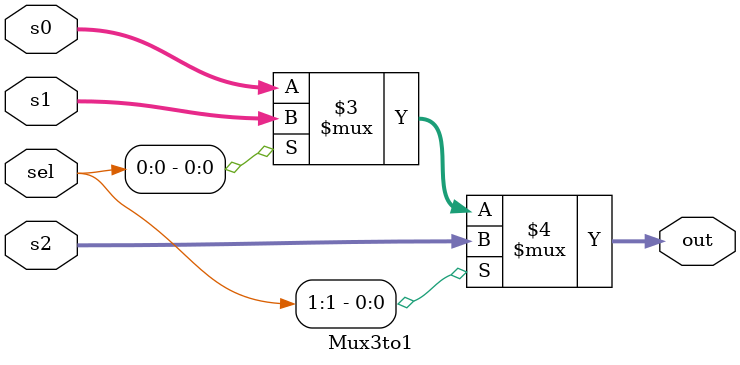
<source format=v>
module Mux3to1 #(
    parameter size = 32
) 
(
    input [1:0] sel,
    input signed [size-1:0] s0,
    input signed [size-1:0] s1,
    input signed [size-1:0] s2,
    output signed [size-1:0] out
);

    assign out = (sel[1] == 1'b1) ? s2 : (sel[0] == 1'b1) ? s1 : s0;
    
endmodule


</source>
